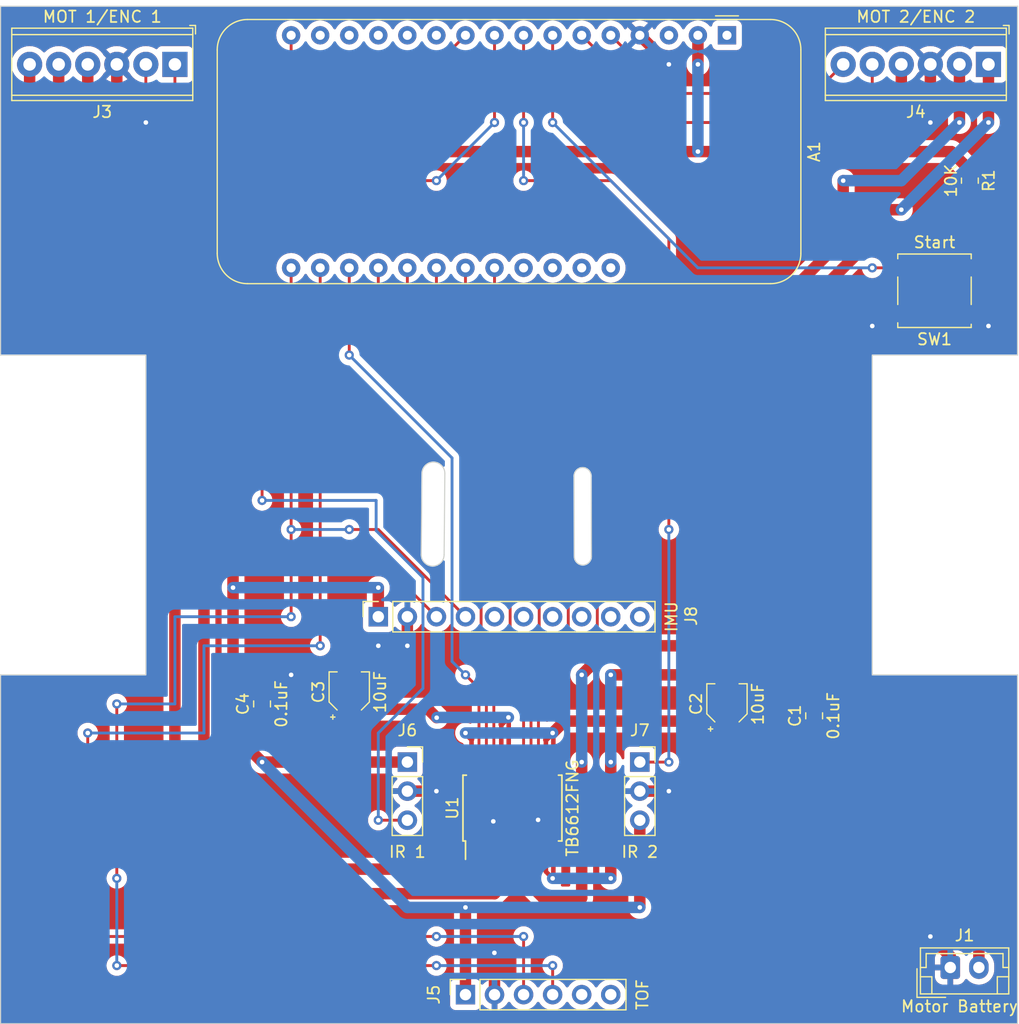
<source format=kicad_pcb>
(kicad_pcb (version 20221018) (generator pcbnew)
  (title_block (title "Micro Mouse: Santana, West") (date "2023-11-02"))
  (layers (0 "F.Cu" signal) (31 "B.Cu" signal) (34 "B.Paste" user) (35 "F.Paste" user) (36 "B.SilkS" user "B.Silkscreen") (37 "F.SilkS" user "F.Silkscreen") (38 "B.Mask" user) (39 "F.Mask" user) (44 "Edge.Cuts" user))
  (net 0 "")
  (net 2 "+3.3V")
  (net 4 "GND")
  (net 5 "E2_PHA")
  (net 6 "E2_PHB")
  (net 8 "E1_PHB")
  (net 9 "E1_PHA")
  (net 11 "PWMA")
  (net 12 "AIN2")
  (net 13 "AIN1")
  (net 14 "BIN1")
  (net 15 "BIN2")
  (net 16 "PWMB")
  (net 19 "AO1")
  (net 20 "AO2")
  (net 21 "BO1")
  (net 22 "BO2")
  (net 29 "Net-(J1-Pin_2)")
  (net 31 "BTN")
  (net 32 "I2C SCL")
  (net 33 "I2C SDA")
  (net 36 "IR_1")
  (net 37 "IR_2")
  (footprint "Module:Adafruit_Feather" (layer "F.Cu") (at 172.72 53.34 -90)
    (fp_text reference "A1" (at 10.16 -7.62 90) (layer "F.SilkS"))
    (fp_text value "Adafruit_Feather_HUZZAH32_ESP32")
    (pad "1" thru_hole rect (at 0 0 90) (size 1.6 1.6) (drill 0.8) (layers "*.Cu" "*.Mask"))
    (pad "2" thru_hole circle (at 0 2.54 90) (size 1.6 1.6) (drill 0.8) (layers "*.Cu" "*.Mask") (net 2 "+3.3V"))
    (pad "3" thru_hole circle (at 0 5.08 90) (size 1.6 1.6) (drill 0.8) (layers "*.Cu" "*.Mask"))
    (pad "4" thru_hole circle (at 0 7.62 90) (size 1.6 1.6) (drill 0.8) (layers "*.Cu" "*.Mask") (net 4 "GND"))
    (pad "5" thru_hole circle (at 0 10.16 90) (size 1.6 1.6) (drill 0.8) (layers "*.Cu" "*.Mask") (net 6 "E2_PHB"))
    (pad "6" thru_hole circle (at 0 12.7 90) (size 1.6 1.6) (drill 0.8) (layers "*.Cu" "*.Mask") (net 5 "E2_PHA"))
    (pad "7" thru_hole circle (at 0 15.24 90) (size 1.6 1.6) (drill 0.8) (layers "*.Cu" "*.Mask") (net 31 "BTN"))
    (pad "8" thru_hole circle (at 0 17.78 90) (size 1.6 1.6) (drill 0.8) (layers "*.Cu" "*.Mask") (net 37 "IR_2"))
    (pad "9" thru_hole circle (at 0 20.32 90) (size 1.6 1.6) (drill 0.8) (layers "*.Cu" "*.Mask") (net 36 "IR_1"))
    (pad "10" thru_hole circle (at 0 22.86 90) (size 1.6 1.6) (drill 0.8) (layers "*.Cu" "*.Mask") (net 9 "E1_PHA"))
    (pad "11" thru_hole circle (at 0 25.4 90) (size 1.6 1.6) (drill 0.8) (layers "*.Cu" "*.Mask"))
    (pad "12" thru_hole circle (at 0 27.94 90) (size 1.6 1.6) (drill 0.8) (layers "*.Cu" "*.Mask"))
    (pad "13" thru_hole circle (at 0 30.48 90) (size 1.6 1.6) (drill 0.8) (layers "*.Cu" "*.Mask"))
    (pad "14" thru_hole circle (at 0 33.02 90) (size 1.6 1.6) (drill 0.8) (layers "*.Cu" "*.Mask"))
    (pad "15" thru_hole circle (at 0 35.56 90) (size 1.6 1.6) (drill 0.8) (layers "*.Cu" "*.Mask"))
    (pad "16" thru_hole circle (at 0 38.1 90) (size 1.6 1.6) (drill 0.8) (layers "*.Cu" "*.Mask") (net 8 "E1_PHB"))
    (pad "17" thru_hole circle (at 20.32 38.1 90) (size 1.6 1.6) (drill 0.8) (layers "*.Cu" "*.Mask") (net 33 "I2C SDA"))
    (pad "18" thru_hole circle (at 20.32 35.56 90) (size 1.6 1.6) (drill 0.8) (layers "*.Cu" "*.Mask") (net 32 "I2C SCL"))
    (pad "19" thru_hole circle (at 20.32 33.02 90) (size 1.6 1.6) (drill 0.8) (layers "*.Cu" "*.Mask") (net 11 "PWMA"))
    (pad "20" thru_hole circle (at 20.32 30.48 90) (size 1.6 1.6) (drill 0.8) (layers "*.Cu" "*.Mask") (net 12 "AIN2"))
    (pad "21" thru_hole circle (at 20.32 27.94 90) (size 1.6 1.6) (drill 0.8) (layers "*.Cu" "*.Mask") (net 13 "AIN1"))
    (pad "22" thru_hole circle (at 20.32 25.4 90) (size 1.6 1.6) (drill 0.8) (layers "*.Cu" "*.Mask") (net 14 "BIN1"))
    (pad "23" thru_hole circle (at 20.32 22.86 90) (size 1.6 1.6) (drill 0.8) (layers "*.Cu" "*.Mask") (net 15 "BIN2"))
    (pad "24" thru_hole circle (at 20.32 20.32 90) (size 1.6 1.6) (drill 0.8) (layers "*.Cu" "*.Mask") (net 16 "PWMB"))
    (pad "25" thru_hole circle (at 20.32 17.78 90) (size 1.6 1.6) (drill 0.8) (layers "*.Cu" "*.Mask"))
    (pad "26" thru_hole circle (at 20.32 15.24 90) (size 1.6 1.6) (drill 0.8) (layers "*.Cu" "*.Mask"))
    (pad "27" thru_hole circle (at 20.32 12.7 90) (size 1.6 1.6) (drill 0.8) (layers "*.Cu" "*.Mask"))
    (pad "28" thru_hole circle (at 20.32 10.16 90) (size 1.6 1.6) (drill 0.8) (layers "*.Cu" "*.Mask"))
  )
  (footprint "Connector_PinSocket_2.54mm:PinSocket_1x03_P2.54mm_Vertical" (layer "F.Cu") (at 144.78 116.84)
    (fp_text reference "J6" (at 0 -2.77) (layer "F.SilkS"))
    (fp_text value "IR 1" (at 0 7.85) (layer "F.SilkS"))
    (pad "1" thru_hole rect (at 0 0) (size 1.7 1.7) (drill 1) (layers "*.Cu" "*.Mask") (net 2 "+3.3V"))
    (pad "2" thru_hole oval (at 0 2.54) (size 1.7 1.7) (drill 1) (layers "*.Cu" "*.Mask") (net 4 "GND"))
    (pad "3" thru_hole oval (at 0 5.08) (size 1.7 1.7) (drill 1) (layers "*.Cu" "*.Mask") (net 36 "IR_1"))
  )
  (footprint "Capacitor_SMD:C_0805_2012Metric_Pad1.18x1.45mm_HandSolder" (layer "F.Cu") (at 132.08 111.76 90)
    (fp_text reference "C4" (at 0 -1.68 90) (layer "F.SilkS"))
    (fp_text value "0.1uF" (at 0 1.68 90) (layer "F.SilkS"))
    (pad "1" smd roundrect (at -1.0375 0 90) (size 1.175 1.45) (layers "F.Cu" "F.Paste" "F.Mask") (roundrect_rratio 0.2127659574) (net 2 "+3.3V"))
    (pad "2" smd roundrect (at 1.0375 0 90) (size 1.175 1.45) (layers "F.Cu" "F.Paste" "F.Mask") (roundrect_rratio 0.2127659574) (net 4 "GND"))
  )
  (footprint "TerminalBlock_Phoenix:TerminalBlock_Phoenix_MPT-0,5-6-2.54_1x06_P2.54mm_Horizontal" (layer "F.Cu") (at 124.46 55.88 180)
    (fp_text reference "J3" (at 6.35 -4.16) (layer "F.SilkS"))
    (fp_text value "MOT 1/ENC 1" (at 6.35 4.16) (layer "F.SilkS"))
    (pad "1" thru_hole rect (at 0 0 180) (size 2.2 2.2) (drill 1.1) (layers "*.Cu" "*.Mask") (net 8 "E1_PHB"))
    (pad "2" thru_hole circle (at 2.54 0 180) (size 2.2 2.2) (drill 1.1) (layers "*.Cu" "*.Mask") (net 9 "E1_PHA"))
    (pad "3" thru_hole circle (at 5.08 0 180) (size 2.2 2.2) (drill 1.1) (layers "*.Cu" "*.Mask") (net 4 "GND"))
    (pad "4" thru_hole circle (at 7.62 0 180) (size 2.2 2.2) (drill 1.1) (layers "*.Cu" "*.Mask") (net 2 "+3.3V"))
    (pad "5" thru_hole circle (at 10.16 0 180) (size 2.2 2.2) (drill 1.1) (layers "*.Cu" "*.Mask") (net 19 "AO1"))
    (pad "6" thru_hole circle (at 12.7 0 180) (size 2.2 2.2) (drill 1.1) (layers "*.Cu" "*.Mask") (net 20 "AO2"))
  )
  (footprint "Capacitor_SMD:CP_Elec_3x5.3" (layer "F.Cu") (at 172.72 111.76 90)
    (fp_text reference "C2" (at 0 -2.7 90) (layer "F.SilkS"))
    (fp_text value "10uF" (at 0 2.7 90) (layer "F.SilkS"))
    (pad "1" smd rect (at -1.5 0 90) (size 2.2 1.6) (layers "F.Cu" "F.Paste" "F.Mask") (net 29 "Net-(J1-Pin_2)"))
    (pad "2" smd rect (at 1.5 0 90) (size 2.2 1.6) (layers "F.Cu" "F.Paste" "F.Mask") (net 4 "GND"))
  )
  (footprint "Button_Switch_SMD:SW_Push_1P1T_NO_CK_KSC6xxJ" (layer "F.Cu") (at 190.86 75.66)
    (fp_text reference "SW1" (at 0 4.24) (layer "F.SilkS"))
    (fp_text value "Start" (at 0 -4.23) (layer "F.SilkS"))
    (pad "1" smd rect (at -2.9 -2) (size 2.8 1) (layers "F.Cu" "F.Paste" "F.Mask") (net 31 "BTN"))
    (pad "1" smd rect (at 2.9 -2) (size 2.8 1) (layers "F.Cu" "F.Paste" "F.Mask") (net 31 "BTN"))
    (pad "2" smd rect (at -2.9 2) (size 2.8 1) (layers "F.Cu" "F.Paste" "F.Mask") (net 4 "GND"))
    (pad "2" smd rect (at 2.9 2) (size 2.8 1) (layers "F.Cu" "F.Paste" "F.Mask") (net 4 "GND"))
  )
  (footprint "Connector_PinSocket_2.54mm:PinSocket_1x03_P2.54mm_Vertical" (layer "F.Cu") (at 165.1 116.84)
    (fp_text reference "J7" (at 0 -2.77) (layer "F.SilkS"))
    (fp_text value "IR 2" (at 0 7.85) (layer "F.SilkS"))
    (pad "1" thru_hole rect (at 0 0) (size 1.7 1.7) (drill 1) (layers "*.Cu" "*.Mask") (net 37 "IR_2"))
    (pad "2" thru_hole oval (at 0 2.54) (size 1.7 1.7) (drill 1) (layers "*.Cu" "*.Mask") (net 4 "GND"))
    (pad "3" thru_hole oval (at 0 5.08) (size 1.7 1.7) (drill 1) (layers "*.Cu" "*.Mask") (net 2 "+3.3V"))
  )
  (footprint "Connector_PinSocket_2.54mm:PinSocket_1x06_P2.54mm_Vertical" (layer "F.Cu") (at 149.86 137.16 90)
    (fp_text reference "J5" (at 0 -2.77 90) (layer "F.SilkS"))
    (fp_text value "TOF" (at 0 15.47 90) (layer "F.SilkS"))
    (pad "1" thru_hole rect (at 0 0 90) (size 1.7 1.7) (drill 1) (layers "*.Cu" "*.Mask") (net 2 "+3.3V"))
    (pad "2" thru_hole oval (at 0 2.54 90) (size 1.7 1.7) (drill 1) (layers "*.Cu" "*.Mask") (net 4 "GND"))
    (pad "3" thru_hole oval (at 0 5.08 90) (size 1.7 1.7) (drill 1) (layers "*.Cu" "*.Mask") (net 32 "I2C SCL"))
    (pad "4" thru_hole oval (at 0 7.62 90) (size 1.7 1.7) (drill 1) (layers "*.Cu" "*.Mask") (net 33 "I2C SDA"))
    (pad "5" thru_hole oval (at 0 10.16 90) (size 1.7 1.7) (drill 1) (layers "*.Cu" "*.Mask"))
    (pad "6" thru_hole oval (at 0 12.7 90) (size 1.7 1.7) (drill 1) (layers "*.Cu" "*.Mask"))
  )
  (footprint "Connector_JST:JST_EH_B2B-EH-A_1x02_P2.50mm_Vertical" (layer "F.Cu") (at 192.240322 134.787338)
    (fp_text reference "J1" (at 1.25 -2.8) (layer "F.SilkS"))
    (fp_text value "Motor Battery" (at 0.799678 3.4) (layer "F.SilkS"))
    (pad "1" thru_hole roundrect (at 0 0) (size 1.7 2) (drill 1) (layers "*.Cu" "*.Mask") (roundrect_rratio 0.1470588235) (net 4 "GND"))
    (pad "2" thru_hole oval (at 2.5 0) (size 1.7 2) (drill 1) (layers "*.Cu" "*.Mask") (net 29 "Net-(J1-Pin_2)"))
  )
  (footprint "TerminalBlock_Phoenix:TerminalBlock_Phoenix_MPT-0,5-6-2.54_1x06_P2.54mm_Horizontal" (layer "F.Cu") (at 195.58 55.88 180)
    (fp_text reference "J4" (at 6.35 -4.16) (layer "F.SilkS"))
    (fp_text value "MOT 2/ENC 2" (at 6.35 4.16) (layer "F.SilkS"))
    (pad "1" thru_hole rect (at 0 0 180) (size 2.2 2.2) (drill 1.1) (layers "*.Cu" "*.Mask") (net 21 "BO1"))
    (pad "2" thru_hole circle (at 2.54 0 180) (size 2.2 2.2) (drill 1.1) (layers "*.Cu" "*.Mask") (net 22 "BO2"))
    (pad "3" thru_hole circle (at 5.08 0 180) (size 2.2 2.2) (drill 1.1) (layers "*.Cu" "*.Mask") (net 4 "GND"))
    (pad "4" thru_hole circle (at 7.62 0 180) (size 2.2 2.2) (drill 1.1) (layers "*.Cu" "*.Mask") (net 2 "+3.3V"))
    (pad "5" thru_hole circle (at 10.16 0 180) (size 2.2 2.2) (drill 1.1) (layers "*.Cu" "*.Mask") (net 5 "E2_PHA"))
    (pad "6" thru_hole circle (at 12.7 0 180) (size 2.2 2.2) (drill 1.1) (layers "*.Cu" "*.Mask") (net 6 "E2_PHB"))
  )
  (footprint "Package_SO:SSOP-24_5.3x8.2mm_P0.65mm" (layer "F.Cu") (at 153.965 120.86 90)
    (fp_text reference "U1" (at 0 -5.25 90) (layer "F.SilkS"))
    (fp_text value "TB6612FNG" (at 0 5.25 90) (layer "F.SilkS"))
    (pad "1" smd rect (at -3.6 -3.575 90) (size 1.75 0.45) (layers "F.Cu" "F.Paste" "F.Mask") (net 19 "AO1"))
    (pad "2" smd rect (at -3.6 -2.925 90) (size 1.75 0.45) (layers "F.Cu" "F.Paste" "F.Mask") (net 19 "AO1"))
    (pad "3" smd rect (at -3.6 -2.275 90) (size 1.75 0.45) (layers "F.Cu" "F.Paste" "F.Mask") (net 4 "GND"))
    (pad "4" smd rect (at -3.6 -1.625 90) (size 1.75 0.45) (layers "F.Cu" "F.Paste" "F.Mask") (net 4 "GND"))
    (pad "5" smd rect (at -3.6 -0.975 90) (size 1.75 0.45) (layers "F.Cu" "F.Paste" "F.Mask") (net 20 "AO2"))
    (pad "6" smd rect (at -3.6 -0.325 90) (size 1.75 0.45) (layers "F.Cu" "F.Paste" "F.Mask") (net 20 "AO2"))
    (pad "7" smd rect (at -3.6 0.325 90) (size 1.75 0.45) (layers "F.Cu" "F.Paste" "F.Mask") (net 22 "BO2"))
    (pad "8" smd rect (at -3.6 0.975 90) (size 1.75 0.45) (layers "F.Cu" "F.Paste" "F.Mask") (net 22 "BO2"))
    (pad "9" smd rect (at -3.6 1.625 90) (size 1.75 0.45) (layers "F.Cu" "F.Paste" "F.Mask") (net 4 "GND"))
    (pad "10" smd rect (at -3.6 2.275 90) (size 1.75 0.45) (layers "F.Cu" "F.Paste" "F.Mask") (net 4 "GND"))
    (pad "11" smd rect (at -3.6 2.925 90) (size 1.75 0.45) (layers "F.Cu" "F.Paste" "F.Mask") (net 21 "BO1"))
    (pad "12" smd rect (at -3.6 3.575 90) (size 1.75 0.45) (layers "F.Cu" "F.Paste" "F.Mask") (net 21 "BO1"))
    (pad "13" smd rect (at 3.6 3.575 90) (size 1.75 0.45) (layers "F.Cu" "F.Paste" "F.Mask") (net 29 "Net-(J1-Pin_2)"))
    (pad "14" smd rect (at 3.6 2.925 90) (size 1.75 0.45) (layers "F.Cu" "F.Paste" "F.Mask") (net 29 "Net-(J1-Pin_2)"))
    (pad "15" smd rect (at 3.6 2.275 90) (size 1.75 0.45) (layers "F.Cu" "F.Paste" "F.Mask") (net 16 "PWMB"))
    (pad "16" smd rect (at 3.6 1.625 90) (size 1.75 0.45) (layers "F.Cu" "F.Paste" "F.Mask") (net 15 "BIN2"))
    (pad "17" smd rect (at 3.6 0.975 90) (size 1.75 0.45) (layers "F.Cu" "F.Paste" "F.Mask") (net 14 "BIN1"))
    (pad "18" smd rect (at 3.6 0.325 90) (size 1.75 0.45) (layers "F.Cu" "F.Paste" "F.Mask") (net 4 "GND"))
    (pad "19" smd rect (at 3.6 -0.325 90) (size 1.75 0.45) (layers "F.Cu" "F.Paste" "F.Mask") (net 2 "+3.3V"))
    (pad "20" smd rect (at 3.6 -0.975 90) (size 1.75 0.45) (layers "F.Cu" "F.Paste" "F.Mask") (net 2 "+3.3V"))
    (pad "21" smd rect (at 3.6 -1.625 90) (size 1.75 0.45) (layers "F.Cu" "F.Paste" "F.Mask") (net 13 "AIN1"))
    (pad "22" smd rect (at 3.6 -2.275 90) (size 1.75 0.45) (layers "F.Cu" "F.Paste" "F.Mask") (net 12 "AIN2"))
    (pad "23" smd rect (at 3.6 -2.925 90) (size 1.75 0.45) (layers "F.Cu" "F.Paste" "F.Mask") (net 11 "PWMA"))
    (pad "24" smd rect (at 3.6 -3.575 90) (size 1.75 0.45) (layers "F.Cu" "F.Paste" "F.Mask") (net 29 "Net-(J1-Pin_2)"))
  )
  (footprint "Capacitor_SMD:CP_Elec_3x5.3" (layer "F.Cu") (at 139.7 110.72 90)
    (fp_text reference "C3" (at 0 -2.7 90) (layer "F.SilkS"))
    (fp_text value "10uF" (at 0 2.7 90) (layer "F.SilkS"))
    (pad "1" smd rect (at -1.5 0 90) (size 2.2 1.6) (layers "F.Cu" "F.Paste" "F.Mask") (net 2 "+3.3V"))
    (pad "2" smd rect (at 1.5 0 90) (size 2.2 1.6) (layers "F.Cu" "F.Paste" "F.Mask") (net 4 "GND"))
  )
  (footprint "Resistor_SMD:R_0805_2012Metric" (layer "F.Cu") (at 193.9525 66.04 -90)
    (fp_text reference "R1" (at 0 -1.65 90) (layer "F.SilkS"))
    (fp_text value "10K" (at 0 1.65 90) (layer "F.SilkS"))
    (pad "1" smd roundrect (at -0.9125 0 270) (size 1.025 1.4) (layers "F.Cu" "F.Paste" "F.Mask") (roundrect_rratio 0.243902439) (net 2 "+3.3V"))
    (pad "2" smd roundrect (at 0.9125 0 270) (size 1.025 1.4) (layers "F.Cu" "F.Paste" "F.Mask") (roundrect_rratio 0.243902439) (net 31 "BTN"))
  )
  (footprint "Connector_PinSocket_2.54mm:PinSocket_1x10_P2.54mm_Vertical" (layer "F.Cu") (at 142.24 104.14 90)
    (fp_text reference "J8" (at 0.066936 27.344678 90) (layer "F.SilkS"))
    (fp_text value "IMU" (at 0 25.63 90) (layer "F.SilkS"))
    (pad "1" thru_hole rect (at 0 0 90) (size 1.7 1.7) (drill 1) (layers "*.Cu" "*.Mask") (net 2 "+3.3V"))
    (pad "2" thru_hole oval (at 0 2.54 90) (size 1.7 1.7) (drill 1) (layers "*.Cu" "*.Mask") (net 4 "GND"))
    (pad "3" thru_hole oval (at 0 5.08 90) (size 1.7 1.7) (drill 1) (layers "*.Cu" "*.Mask") (net 32 "I2C SCL"))
    (pad "4" thru_hole oval (at 0 7.62 90) (size 1.7 1.7) (drill 1) (layers "*.Cu" "*.Mask") (net 33 "I2C SDA"))
    (pad "5" thru_hole oval (at 0 10.16 90) (size 1.7 1.7) (drill 1) (layers "*.Cu" "*.Mask"))
    (pad "6" thru_hole oval (at 0 12.7 90) (size 1.7 1.7) (drill 1) (layers "*.Cu" "*.Mask"))
    (pad "7" thru_hole oval (at 0 15.24 90) (size 1.7 1.7) (drill 1) (layers "*.Cu" "*.Mask"))
    (pad "8" thru_hole oval (at 0 17.78 90) (size 1.7 1.7) (drill 1) (layers "*.Cu" "*.Mask"))
    (pad "9" thru_hole oval (at 0 20.32 90) (size 1.7 1.7) (drill 1) (layers "*.Cu" "*.Mask"))
    (pad "10" thru_hole oval (at 0 22.86 90) (size 1.7 1.7) (drill 1) (layers "*.Cu" "*.Mask"))
  )
  (footprint "Capacitor_SMD:C_0805_2012Metric_Pad1.18x1.45mm_HandSolder" (layer "F.Cu") (at 180.34 112.7975 90)
    (fp_text reference "C1" (at 0 -1.68 90) (layer "F.SilkS"))
    (fp_text value "0.1uF" (at 0 1.68 90) (layer "F.SilkS"))
    (pad "1" smd roundrect (at -1.0375 0 90) (size 1.175 1.45) (layers "F.Cu" "F.Paste" "F.Mask") (roundrect_rratio 0.2127659574) (net 29 "Net-(J1-Pin_2)"))
    (pad "2" smd roundrect (at 1.0375 0 90) (size 1.175 1.45) (layers "F.Cu" "F.Paste" "F.Mask") (roundrect_rratio 0.2127659574) (net 4 "GND"))
  )
  (gr_arc (start 160.871116 98.877071) (mid 160.121116 99.627071) (end 159.371116 98.877071) (stroke (width 0.1)) (layer "Edge.Cuts"))
  (gr_line (start 121.92 109.22) (end 109.22 109.22) (stroke (width 0.1)) (layer "Edge.Cuts"))
  (gr_line (start 198.12 139.7) (end 109.22 139.7) (stroke (width 0.1)) (layer "Edge.Cuts"))
  (gr_arc (start 147.058157 90.628116) (mid 147.765264 90.921009) (end 148.058157 91.628116) (stroke (width 0.1)) (layer "Edge.Cuts"))
  (gr_arc (start 147.993722 98.715983) (mid 147.700829 99.42309) (end 146.993722 99.715983) (stroke (width 0.1)) (layer "Edge.Cuts"))
  (gr_line (start 198.12 109.22) (end 198.12 139.7) (stroke (width 0.1)) (layer "Edge.Cuts"))
  (gr_line (start 145.993722 98.715983) (end 146.058157 91.628116) (stroke (width 0.1)) (layer "Edge.Cuts"))
  (gr_arc (start 146.993722 99.715983) (mid 146.286615 99.42309) (end 145.993722 98.715983) (stroke (width 0.1)) (layer "Edge.Cuts"))
  (gr_line (start 198.12 81.28) (end 185.42 81.28) (stroke (width 0.1)) (layer "Edge.Cuts"))
  (gr_line (start 109.22 109.22) (end 109.22 139.7) (stroke (width 0.1)) (layer "Edge.Cuts"))
  (gr_line (start 159.349638 91.85364) (end 159.371116 98.877071) (stroke (width 0.1)) (layer "Edge.Cuts"))
  (gr_line (start 148.058157 91.628116) (end 147.993722 98.715983) (stroke (width 0.1)) (layer "Edge.Cuts"))
  (gr_line (start 185.42 109.22) (end 198.12 109.22) (stroke (width 0.1)) (layer "Edge.Cuts"))
  (gr_arc (start 159.349638 91.85364) (mid 160.099638 91.10364) (end 160.849638 91.85364) (stroke (width 0.1)) (layer "Edge.Cuts"))
  (gr_line (start 109.22 50.8) (end 109.22 81.28) (stroke (width 0.1)) (layer "Edge.Cuts"))
  (gr_line (start 185.42 81.28) (end 185.42 109.22) (stroke (width 0.1)) (layer "Edge.Cuts"))
  (gr_line (start 160.871116 98.877071) (end 160.849638 91.85364) (stroke (width 0.1)) (layer "Edge.Cuts"))
  (gr_line (start 198.12 81.28) (end 198.12 50.8) (stroke (width 0.1)) (layer "Edge.Cuts"))
  (gr_line (start 109.22 50.8) (end 198.12 50.8) (stroke (width 0.1)) (layer "Edge.Cuts"))
  (gr_line (start 121.92 81.28) (end 121.92 109.22) (stroke (width 0.1)) (layer "Edge.Cuts"))
  (gr_line (start 109.22 81.28) (end 121.92 81.28) (stroke (width 0.1)) (layer "Edge.Cuts"))
  (gr_arc (start 146.058157 91.628116) (mid 146.35105 90.921009) (end 147.058157 90.628116) (stroke (width 0.1)) (layer "Edge.Cuts"))
  (segment (start 187.96 58.42) (end 182.88 63.5) (width 1) (layer "F.Cu") (net 2))
  (segment (start 192.325 63.5) (end 193.9525 65.1275) (width 1) (layer "F.Cu") (net 2))
  (segment (start 170.18 55.88) (end 170.18 53.34) (width 1) (layer "F.Cu") (net 2))
  (segment (start 142.24 101.6) (end 142.24 104.14) (width 1) (layer "F.Cu") (net 2))
  (segment (start 182.88 63.5) (end 192.325 63.5) (width 1) (layer "F.Cu") (net 2))
  (segment (start 137.16 63.5) (end 134.62 66.04) (width 1) (layer "F.Cu") (net 2))
  (segment (start 124.46 66.04) (end 124.46 71.12) (width 1) (layer "F.Cu") (net 2))
  (segment (start 182.88 63.5) (end 170.18 63.5) (width 1) (layer "F.Cu") (net 2))
  (segment (start 187.96 55.88) (end 187.96 58.42) (width 1) (layer "F.Cu") (net 2))
  (segment (start 170.18 63.5) (end 137.16 63.5) (width 1) (layer "F.Cu") (net 2))
  (segment (start 129.54 114.3) (end 132.08 116.84) (width 1) (layer "F.Cu") (net 2))
  (segment (start 146.600049 112.22) (end 139.7 112.22) (width 1) (layer "F.Cu") (net 2))
  (segment (start 131.998997 112.7975) (end 132.08 112.7975) (width 1) (layer "F.Cu") (net 2))
  (segment (start 129.54 110.338503) (end 129.54 114.3) (width 1) (layer "F.Cu") (net 2))
  (segment (start 152.99 117.26) (end 152.99 113.545057) (width 0.4) (layer "F.Cu") (net 2))
  (segment (start 147.343149 112.9631) (end 146.600049 112.22) (width 1) (layer "F.Cu") (net 2))
  (segment (start 124.46 71.12) (end 129.54 76.2) (width 1) (layer "F.Cu") (net 2))
  (segment (start 132.6575 112.22) (end 132.08 112.7975) (width 1) (layer "F.Cu") (net 2))
  (segment (start 129.54 101.6) (end 129.54 110.338503) (width 1) (layer "F.Cu") (net 2))
  (segment (start 129.54 110.338503) (end 131.998997 112.7975) (width 1) (layer "F.Cu") (net 2))
  (segment (start 165.1 129.54) (end 165.1 121.92) (width 1) (layer "F.Cu") (net 2))
  (segment (start 153.615363 112.919694) (end 153.64 112.895057) (width 0.25) (layer "F.Cu") (net 2))
  (segment (start 144.78 116.84) (end 132.08 116.84) (width 1) (layer "F.Cu") (net 2))
  (segment (start 129.54 76.2) (end 129.54 101.6) (width 1) (layer "F.Cu") (net 2))
  (segment (start 124.46 66.04) (end 116.84 58.42) (width 1) (layer "F.Cu") (net 2))
  (segment (start 139.7 112.22) (end 132.6575 112.22) (width 1) (layer "F.Cu") (net 2))
  (segment (start 153.64 117.26) (end 153.64 112.895057) (width 0.4) (layer "F.Cu") (net 2))
  (segment (start 134.62 66.04) (end 124.46 66.04) (width 1) (layer "F.Cu") (net 2))
  (segment (start 149.86 129.54) (end 149.86 137.16) (width 1) (layer "F.Cu") (net 2))
  (segment (start 153.615363 112.937056) (end 153.615363 112.919694) (width 0.25) (layer "F.Cu") (net 2))
  (segment (start 116.84 58.42) (end 116.84 55.88) (width 1) (layer "F.Cu") (net 2))
  (segment (start 153.598001 112.937056) (end 153.615363 112.937056) (width 0.25) (layer "F.Cu") (net 2))
  (segment (start 152.99 113.545057) (end 153.598001 112.937056) (width 0.5) (layer "F.Cu") (net 2))
  (via (at 170.18 63.5) (size 0.8) (drill 0.4) (layers "F.Cu" "B.Cu") (net 2))
  (via (at 132.08 116.84) (size 0.8) (drill 0.4) (layers "F.Cu" "B.Cu") (net 2))
  (via (at 153.615363 112.937056) (size 0.8) (drill 0.4) (layers "F.Cu" "B.Cu") (net 2))
  (via (at 149.86 129.54) (size 0.8) (drill 0.4) (layers "F.Cu" "B.Cu") (net 2))
  (via (at 129.54 101.6) (size 0.8) (drill 0.4) (layers "F.Cu" "B.Cu") (net 2))
  (via (at 147.343149 112.9631) (size 0.8) (drill 0.4) (layers "F.Cu" "B.Cu") (net 2))
  (via (at 170.18 55.88) (size 0.8) (drill 0.4) (layers "F.Cu" "B.Cu") (net 2))
  (via (at 142.24 101.6) (size 0.8) (drill 0.4) (layers "F.Cu" "B.Cu") (net 2))
  (via (at 165.1 129.54) (size 0.8) (drill 0.4) (layers "F.Cu" "B.Cu") (net 2))
  (segment (start 144.78 129.54) (end 132.08 116.84) (width 1) (layer "B.Cu") (net 2))
  (segment (start 170.18 63.5) (end 170.18 55.88) (width 1) (layer "B.Cu") (net 2))
  (segment (start 147.317105 112.937056) (end 147.30817 112.937056) (width 0.25) (layer "B.Cu") (net 2))
  (segment (start 149.86 129.54) (end 165.1 129.54) (width 1) (layer "B.Cu") (net 2))
  (segment (start 147.369193 112.937056) (end 147.343149 112.9631) (width 0.25) (layer "B.Cu") (net 2))
  (segment (start 147.343149 112.9631) (end 147.317105 112.937056) (width 0.25) (layer "B.Cu") (net 2))
  (segment (start 153.615363 112.937056) (end 147.369193 112.937056) (width 1) (layer "B.Cu") (net 2))
  (segment (start 149.86 129.54) (end 144.78 129.54) (width 1) (layer "B.Cu") (net 2))
  (segment (start 129.54 101.6) (end 142.24 101.6) (width 1) (layer "B.Cu") (net 2))
  (segment (start 152.299408 122.020592) (end 152.292244 122.020592) (width 0.25) (layer "F.Cu") (net 4))
  (segment (start 156.172725 121.890374) (end 156.20745 121.890374) (width 0.25) (layer "F.Cu") (net 4))
  (segment (start 165.1 53.34) (end 167.64 55.88) (width 1) (layer "F.Cu") (net 4))
  (segment (start 144.78 104.14) (end 144.78 106.68) (width 1) (layer "F.Cu") (net 4))
  (segment (start 165.1 119.38) (end 167.64 119.38) (width 1) (layer "F.Cu") (net 4))
  (segment (start 155.59 122.473099) (end 156.172725 121.890374) (width 0.5) (layer "F.Cu") (net 4))
  (segment (start 133.5825 109.22) (end 134.62 109.22) (width 1) (layer "F.Cu") (net 4))
  (segment (start 155.59 124.46) (end 155.59 122.473099) (width 0.25) (layer "F.Cu") (net 4))
  (segment (start 156.20745 121.890374) (end 156.20745 121.855649) (width 0.25) (layer "F.Cu") (net 4))
  (segment (start 192.240322 133.820322) (end 190.5 132.08) (width 1) (layer "F.Cu") (net 4))
  (segment (start 144.78 119.38) (end 147.32 119.38) (width 1) (layer "F.Cu") (net 4))
  (segment (start 190.5 55.88) (end 190.5 60.96) (width 1) (layer "F.Cu") (net 4))
  (segment (start 154.29 119.972924) (end 156.20745 121.890374) (width 0.5) (layer "F.Cu") (net 4))
  (segment (start 152.38792 133.508679) (end 152.4 133.518008) (width 0.25) (layer "F.Cu") (net 4))
  (segment (start 187.96 77.66) (end 186.5 77.66) (width 1) (layer "F.Cu") (net 4))
  (segment (start 193.76 77.66) (end 194.5 77.66) (width 1) (layer "F.Cu") (net 4))
  (segment (start 194.5 77.66) (end 195.58 78.74) (width 1) (layer "F.Cu") (net 4))
  (segment (start 152.34 121.98) (end 152.299408 122.020592) (width 0.25) (layer "F.Cu") (net 4))
  (segment (start 152.4 137.16) (end 152.38792 133.508679) (width 1) (layer "F.Cu") (net 4))
  (segment (start 187.96 77.66) (end 193.04 77.66) (width 1) (layer "F.Cu") (net 4))
  (segment (start 152.292244 122.027756) (end 151.69 122.63) (width 0.5) (layer "F.Cu") (net 4))
  (segment (start 119.38 58.42) (end 121.92 60.96) (width 1) (layer "F.Cu") (net 4))
  (segment (start 192.240322 134.787338) (end 192.240322 133.820322) (width 1) (layer "F.Cu") (net 4))
  (segment (start 152.292244 122.020592) (end 152.292244 122.027756) (width 0.25) (layer "F.Cu") (net 4))
  (segment (start 154.29 117.26) (end 154.29 119.972924) (width 0.25) (layer "F.Cu") (net 4))
  (segment (start 156.233493 121.829606) (end 156.24 121.836113) (width 0.25) (layer "F.Cu") (net 4))
  (segment (start 151.69 122.63) (end 151.69 124.46) (width 0.25) (layer "F.Cu") (net 4))
  (segment (start 152.34 124.46) (end 152.34 121.98) (width 0.25) (layer "F.Cu") (net 4))
  (segment (start 132.08 110.7225) (end 133.5825 109.22) (width 1) (layer "F.Cu") (net 4))
  (segment (start 156.20745 121.855649) (end 156.233493 121.829606) (width 0.25) (layer "F.Cu") (net 4))
  (segment (start 139.7 109.22) (end 142.24 106.68) (width 1) (layer "F.Cu") (net 4))
  (segment (start 193.04 77.66) (end 193.76 77.66) (width 1) (layer "F.Cu") (net 4))
  (segment (start 119.38 55.88) (end 119.38 58.42) (width 1) (layer "F.Cu") (net 4))
  (segment (start 186.5 77.66) (end 185.42 78.74) (width 1) (layer "F.Cu") (net 4))
  (segment (start 156.24 121.836113) (end 156.24 124.46) (width 0.25) (layer "F.Cu") (net 4))
  (via (at 142.24 106.68) (size 0.8) (drill 0.4) (layers "F.Cu" "B.Cu") (net 4))
  (via (at 195.58 78.74) (size 0.8) (drill 0.4) (layers "F.Cu" "B.Cu") (net 4))
  (via (at 147.32 119.38) (size 0.8) (drill 0.4) (layers "F.Cu" "B.Cu") (net 4))
  (via (at 152.292244 122.020592) (size 0.8) (drill 0.4) (layers "F.Cu" "B.Cu") (net 4))
  (via (at 121.92 60.96) (size 0.8) (drill 0.4) (layers "F.Cu" "B.Cu") (net 4))
  (via (at 144.78 106.68) (size 0.8) (drill 0.4) (layers "F.Cu" "B.Cu") (net 4))
  (via (at 167.64 55.88) (size 0.8) (drill 0.4) (layers "F.Cu" "B.Cu") (net 4))
  (via (at 152.38792 133.508679) (size 0.8) (drill 0.4) (layers "F.Cu" "B.Cu") (net 4))
  (via (at 167.64 119.38) (size 0.8) (drill 0.4) (layers "F.Cu" "B.Cu") (net 4))
  (via (at 190.5 132.08) (size 0.8) (drill 0.4) (layers "F.Cu" "B.Cu") (net 4))
  (via (at 185.42 78.74) (size 0.8) (drill 0.4) (layers "F.Cu" "B.Cu") (net 4))
  (via (at 190.5 60.96) (size 0.8) (drill 0.4) (layers "F.Cu" "B.Cu") (net 4))
  (via (at 156.20745 121.890374) (size 0.8) (drill 0.4) (layers "F.Cu" "B.Cu") (net 4))
  (via (at 134.62 109.22) (size 0.8) (drill 0.4) (layers "F.Cu" "B.Cu") (net 4))
  (segment (start 185.42 55.88) (end 185.42 58.42) (width 0.25) (layer "F.Cu") (net 5))
  (segment (start 185.42 58.42) (end 182.88 58.42) (width 0.25) (layer "F.Cu") (net 5))
  (segment (start 180.34 60.96) (end 167.64 60.96) (width 0.25) (layer "F.Cu") (net 5))
  (segment (start 182.88 58.42) (end 180.34 60.96) (width 0.25) (layer "F.Cu") (net 5))
  (segment (start 167.64 60.96) (end 160.02 53.34) (width 0.25) (layer "F.Cu") (net 5))
  (segment (start 167.64 58.42) (end 162.56 53.34) (width 0.25) (layer "F.Cu") (net 6))
  (segment (start 182.88 55.88) (end 180.34 58.42) (width 0.25) (layer "F.Cu") (net 6))
  (segment (start 180.34 58.42) (end 167.64 58.42) (width 0.25) (layer "F.Cu") (net 6))
  (segment (start 127 60.96) (end 132.08 60.96) (width 0.25) (layer "F.Cu") (net 8))
  (segment (start 124.46 55.88) (end 124.46 58.42) (width 0.25) (layer "F.Cu") (net 8))
  (segment (start 132.08 60.96) (end 134.62 58.42) (width 0.25) (layer "F.Cu") (net 8))
  (segment (start 134.62 58.42) (end 134.62 53.34) (width 0.25) (layer "F.Cu") (net 8))
  (segment (start 124.46 58.42) (end 127 60.96) (width 0.25) (layer "F.Cu") (net 8))
  (segment (start 144.78 58.42) (end 149.86 53.34) (width 0.25) (layer "F.Cu") (net 9))
  (segment (start 121.92 55.88) (end 121.92 58.42) (width 0.25) (layer "F.Cu") (net 9))
  (segment (start 134.62 63.5) (end 139.7 58.42) (width 0.25) (layer "F.Cu") (net 9))
  (segment (start 121.92 58.42) (end 127 63.5) (width 0.25) (layer "F.Cu") (net 9))
  (segment (start 127 63.5) (end 134.62 63.5) (width 0.25) (layer "F.Cu") (net 9))
  (segment (start 139.7 58.42) (end 144.78 58.42) (width 0.25) (layer "F.Cu") (net 9))
  (segment (start 139.7 81.28) (end 139.7 73.66) (width 0.25) (layer "F.Cu") (net 11))
  (segment (start 151.04 117.26) (end 151.04 110.4) (width 0.25) (layer "F.Cu") (net 11))
  (segment (start 151.04 110.4) (end 149.86 109.22) (width 0.25) (layer "F.Cu") (net 11))
  (via (at 139.7 81.28) (size 0.8) (drill 0.4) (layers "F.Cu" "B.Cu") (net 11))
  (via (at 149.86 109.22) (size 0.8) (drill 0.4) (layers "F.Cu" "B.Cu") (net 11))
  (segment (start 149.86 109.22) (end 148.685 108.045) (width 0.25) (layer "B.Cu") (net 11))
  (segment (start 148.685 90.265) (end 139.7 81.28) (width 0.25) (layer "B.Cu") (net 11))
  (segment (start 148.685 108.045) (end 148.685 90.265) (width 0.25) (layer "B.Cu") (net 11))
  (segment (start 151.225 90.265) (end 142.24 81.28) (width 0.25) (layer "F.Cu") (net 12))
  (segment (start 151.69 108.51) (end 151.225 108.045) (width 0.25) (layer "F.Cu") (net 12))
  (segment (start 151.69 117.26) (end 151.69 108.51) (width 0.25) (layer "F.Cu") (net 12))
  (segment (start 142.24 81.28) (end 142.24 73.66) (width 0.25) (layer "F.Cu") (net 12))
  (segment (start 151.225 108.045) (end 151.225 90.265) (width 0.25) (layer "F.Cu") (net 12))
  (segment (start 144.78 81.28) (end 144.78 73.66) (width 0.25) (layer "F.Cu") (net 13))
  (segment (start 152.34 117.26) (end 152.34 106.74) (width 0.25) (layer "F.Cu") (net 13))
  (segment (start 153.765 105.315) (end 153.765 90.265) (width 0.25) (layer "F.Cu") (net 13))
  (segment (start 153.765 90.265) (end 144.78 81.28) (width 0.25) (layer "F.Cu") (net 13))
  (segment (start 153.765 105.315) (end 152.34 106.74) (width 0.25) (layer "F.Cu") (net 13))
  (segment (start 154.94 117.26) (end 154.94 106.68) (width 0.25) (layer "F.Cu") (net 14))
  (segment (start 154.94 106.68) (end 156.305 105.315) (width 0.25) (layer "F.Cu") (net 14))
  (segment (start 156.305 90.265) (end 147.32 81.28) (width 0.25) (layer "F.Cu") (net 14))
  (segment (start 147.32 81.28) (end 147.32 73.66) (width 0.25) (layer "F.Cu") (net 14))
  (segment (start 156.305 105.315) (end 156.305 90.265) (width 0.25) (layer "F.Cu") (net 14))
  (segment (start 155.59 117.26) (end 155.59 108.57) (width 0.25) (layer "F.Cu") (net 15))
  (segment (start 155.59 108.57) (end 157.48 106.68) (width 0.25) (layer "F.Cu") (net 15))
  (segment (start 158.845 105.315) (end 158.845 90.265) (width 0.25) (layer "F.Cu") (net 15))
  (segment (start 157.48 106.68) (end 158.845 105.315) (width 0.25) (layer "F.Cu") (net 15))
  (segment (start 149.86 81.28) (end 149.86 73.66) (width 0.25) (layer "F.Cu") (net 15))
  (segment (start 158.845 90.265) (end 149.86 81.28) (width 0.25) (layer "F.Cu") (net 15))
  (segment (start 161.385 105.315) (end 161.385 90.265) (width 0.25) (layer "F.Cu") (net 16))
  (segment (start 156.24 117.26) (end 156.24 110.46) (width 0.25) (layer "F.Cu") (net 16))
  (segment (start 160.02 106.68) (end 161.385 105.315) (width 0.25) (layer "F.Cu") (net 16))
  (segment (start 161.385 90.265) (end 152.4 81.28) (width 0.25) (layer "F.Cu") (net 16))
  (segment (start 156.24 110.46) (end 160.02 106.68) (width 0.25) (layer "F.Cu") (net 16))
  (segment (start 152.4 81.28) (end 152.4 73.66) (width 0.25) (layer "F.Cu") (net 16))
  (segment (start 127 76.2) (end 127 126.197653) (width 1) (layer "F.Cu") (net 19))
  (segment (start 151.04 125.82) (end 150.39 126.47) (width 0.4) (layer "F.Cu") (net 19))
  (segment (start 150.39 126.47) (end 149.86 127) (width 1) (layer "F.Cu") (net 19))
  (segment (start 149.057653 126.197653) (end 149.86 127) (width 1) (layer "F.Cu") (net 19))
  (segment (start 127 126.197653) (end 149.057653 126.197653) (width 1) (layer "F.Cu") (net 19))
  (segment (start 114.3 76.2) (end 127 76.2) (width 1) (layer "F.Cu") (net 19))
  (segment (start 150.39 124.46) (end 150.39 126.47) (width 0.4) (layer "F.Cu") (net 19))
  (segment (start 151.04 124.46) (end 151.04 125.82) (width 0.4) (layer "F.Cu") (net 19))
  (segment (start 114.3 55.88) (end 114.3 76.2) (width 1) (layer "F.Cu") (net 19))
  (segment (start 152.99 127) (end 152.99 127.75) (width 1) (layer "F.Cu") (net 20))
  (segment (start 124.46 127) (end 125.8 128.34) (width 1) (layer "F.Cu") (net 20))
  (segment (start 152.99 124.46) (end 152.99 127) (width 0.4) (layer "F.Cu") (net 20))
  (segment (start 111.76 78.74) (end 124.46 78.74) (width 1) (layer "F.Cu") (net 20))
  (segment (start 153.64 126.35) (end 152.99 127) (width 0.4) (layer "F.Cu") (net 20))
  (segment (start 153.64 124.46) (end 153.64 126.35) (width 0.4) (layer "F.Cu") (net 20))
  (segment (start 125.8 128.34) (end 152.4 128.34) (width 1) (layer "F.Cu") (net 20))
  (segment (start 124.46 78.74) (end 124.46 127) (width 1) (layer "F.Cu") (net 20))
  (segment (start 152.99 127.75) (end 152.4 128.34) (width 1) (layer "F.Cu") (net 20))
  (segment (start 111.76 55.88) (end 111.76 78.74) (width 1) (layer "F.Cu") (net 20))
  (segment (start 185.42 68.58) (end 185.42 71.12) (width 1) (layer "F.Cu") (net 21))
  (segment (start 157.54 126.94) (end 157.48 127) (width 0.25) (layer "F.Cu") (net 21))
  (segment (start 170.18 109.22) (end 177.8 101.6) (width 1) (layer "F.Cu") (net 21))
  (segment (start 156.89 126.41) (end 156.89 124.46) (width 0.4) (layer "F.Cu") (net 21))
  (segment (start 185.42 71.12) (end 177.8 78.74) (width 1) (layer "F.Cu") (net 21))
  (segment (start 177.8 101.6) (end 177.8 78.74) (width 1) (layer "F.Cu") (net 21))
  (segment (start 157.54 124.46) (end 157.54 126.94) (width 0.4) (layer "F.Cu") (net 21))
  (segment (start 187.96 68.58) (end 185.42 68.58) (width 1) (layer "F.Cu") (net 21))
  (segment (start 157.48 127) (end 156.89 126.41) (width 0.4) (layer "F.Cu") (net 21))
  (segment (start 162.56 116.84) (end 162.56 127) (width 1) (layer "F.Cu") (net 21))
  (segment (start 162.56 109.22) (end 170.18 109.22) (width 1) (layer "F.Cu") (net 21))
  (segment (start 195.58 55.88) (end 195.58 60.96) (width 1) (layer "F.Cu") (net 21))
  (via (at 187.96 68.58) (size 0.8) (drill 0.4) (layers "F.Cu" "B.Cu") (net 21))
  (via (at 195.58 60.96) (size 0.8) (drill 0.4) (layers "F.Cu" "B.Cu") (net 21))
  (via (at 162.56 127) (size 0.8) (drill 0.4) (layers "F.Cu" "B.Cu") (net 21))
  (via (at 162.56 109.22) (size 0.8) (drill 0.4) (layers "F.Cu" "B.Cu") (net 21))
  (via (at 157.48 127) (size 0.8) (drill 0.4) (layers "F.Cu" "B.Cu") (net 21))
  (via (at 162.56 116.84) (size 0.8) (drill 0.4) (layers "F.Cu" "B.Cu") (net 21))
  (segment (start 195.58 60.96) (end 187.96 68.58) (width 1) (layer "B.Cu") (net 21))
  (segment (start 162.56 109.22) (end 162.56 116.84) (width 1) (layer "B.Cu") (net 21))
  (segment (start 162.56 127) (end 157.48 127) (width 1) (layer "B.Cu") (net 21))
  (segment (start 154.29 126.35) (end 154.29 124.46) (width 0.4) (layer "F.Cu") (net 22))
  (segment (start 160.02 128.715) (end 160.02 124.46) (width 1) (layer "F.Cu") (net 22))
  (segment (start 160.02 109.22) (end 162.56 106.68) (width 1) (layer "F.Cu") (net 22))
  (segment (start 154.94 124.46) (end 154.94 127) (width 0.4) (layer "F.Cu") (net 22))
  (segment (start 160.02 116.84) (end 160.02 124.46) (width 1) (layer "F.Cu") (net 22))
  (segment (start 154.94 127) (end 156.655 128.715) (width 1) (layer "F.Cu") (net 22))
  (segment (start 154.94 127) (end 154.29 126.35) (width 0.4) (layer "F.Cu") (net 22))
  (segment (start 170.18 106.68) (end 170.18 83.82) (width 1) (layer "F.Cu") (net 22))
  (segment (start 193.04 55.88) (end 193.04 60.96) (width 1) (layer "F.Cu") (net 22))
  (segment (start 162.56 106.68) (end 170.18 106.68) (width 1) (layer "F.Cu") (net 22))
  (segment (start 170.18 83.82) (end 182.88 71.12) (width 1) (layer "F.Cu") (net 22))
  (segment (start 156.655 128.715) (end 160.02 128.715) (width 1) (layer "F.Cu") (net 22))
  (segment (start 182.88 71.12) (end 182.88 66.04) (width 1) (layer "F.Cu") (net 22))
  (via (at 193.04 60.96) (size 0.8) (drill 0.4) (layers "F.Cu" "B.Cu") (net 22))
  (via (at 182.88 66.04) (size 0.8) (drill 0.4) (layers "F.Cu" "B.Cu") (net 22))
  (via (at 160.02 109.22) (size 0.8) (drill 0.4) (layers "F.Cu" "B.Cu") (net 22))
  (via (at 160.02 116.84) (size 0.8) (drill 0.4) (layers "F.Cu" "B.Cu") (net 22))
  (segment (start 187.96 66.04) (end 182.88 66.04) (width 1) (layer "B.Cu") (net 22))
  (segment (start 160.02 109.22) (end 160.02 116.84) (width 1) (layer "B.Cu") (net 22))
  (segment (start 193.04 60.96) (end 187.96 66.04) (width 1) (layer "B.Cu") (net 22))
  (segment (start 157.48 114.3) (end 156.89 114.89) (width 0.5) (layer "F.Cu") (net 29))
  (segment (start 194.740322 134.787338) (end 194.740322 126.160322) (width 1) (layer "F.Cu") (net 29))
  (segment (start 156.89 114.89) (end 156.89 117.26) (width 0.4) (layer "F.Cu") (net 29))
  (segment (start 180.34 113.835) (end 180.34 121.1) (width 1) (layer "F.Cu") (net 29))
  (segment (start 193.04 124.46) (end 183.7 124.46) (width 1) (layer "F.Cu") (net 29))
  (segment (start 172.72 113.26) (end 158.52 113.26) (width 1) (layer "F.Cu") (net 29))
  (segment (start 150.39 114.83) (end 149.86 114.3) (width 0.5) (layer "F.Cu") (net 29))
  (segment (start 180.34 121.1) (end 183.7 124.46) (width 1) (layer "F.Cu") (net 29))
  (segment (start 157.54 114.36) (end 157.48 114.3) (width 0.25) (layer "F.Cu") (net 29))
  (segment (start 157.54 117.26) (end 157.54 114.36) (width 0.4) (layer "F.Cu") (net 29))
  (segment (start 180.34 113.835) (end 179.765 113.26) (width 0.25) (layer "F.Cu") (net 29))
  (segment (start 150.39 117.26) (end 150.39 114.83) (width 0.4) (layer "F.Cu") (net 29))
  (segment (start 179.765 113.26) (end 172.72 113.26) (width 1) (layer "F.Cu") (net 29))
  (segment (start 194.740322 126.160322) (end 193.04 124.46) (width 1) (layer "F.Cu") (net 29))
  (segment (start 179.765 114.41) (end 180.34 113.835) (width 0.25) (layer "F.Cu") (net 29))
  (segment (start 158.52 113.26) (end 157.48 114.3) (width 1) (layer "F.Cu") (net 29))
  (via (at 157.48 114.3) (size 0.8) (drill 0.4) (layers "F.Cu" "B.Cu") (net 29))
  (via (at 149.86 114.3) (size 0.8) (drill 0.4) (layers "F.Cu" "B.Cu") (net 29))
  (segment (start 157.48 114.3) (end 149.86 114.3) (width 1) (layer "B.Cu") (net 29))
  (segment (start 187.96 73.66) (end 193.76 73.66) (width 1) (layer "F.Cu") (net 31))
  (segment (start 193.76 67.145) (end 193.76 73.66) (width 1) (layer "F.Cu") (net 31))
  (segment (start 187.96 73.66) (end 185.42 73.66) (width 0.25) (layer "F.Cu") (net 31))
  (segment (start 157.48 53.34) (end 157.48 60.96) (width 0.25) (layer "F.Cu") (net 31))
  (segment (start 193.9525 66.9525) (end 193.76 67.145) (width 0.25) (layer "F.Cu") (net 31))
  (via (at 185.42 73.66) (size 0.8) (drill 0.4) (layers "F.Cu" "B.Cu") (net 31))
  (via (at 157.48 60.96) (size 0.8) (drill 0.4) (layers "F.Cu" "B.Cu") (net 31))
  (segment (start 170.18 73.66) (end 157.48 60.96) (width 0.25) (layer "B.Cu") (net 31))
  (segment (start 185.42 73.66) (end 170.18 73.66) (width 0.25) (layer "B.Cu") (net 31))
  (segment (start 137.16 106.68) (end 137.16 99.06) (width 0.25) (layer "F.Cu") (net 32))
  (segment (start 147.32 104.14) (end 142.24 99.06) (width 0.25) (layer "F.Cu") (net 32))
  (segment (start 142.24 99.06) (end 137.16 99.06) (width 0.25) (layer "F.Cu") (net 32))
  (segment (start 137.16 99.06) (end 137.16 73.66) (width 0.25) (layer "F.Cu") (net 32))
  (segment (start 116.84 132.08) (end 147.32 132.08) (width 0.25) (layer "F.Cu") (net 32))
  (segment (start 116.84 114.3) (end 116.84 132.08) (width 0.25) (layer "F.Cu") (net 32))
  (segment (start 154.94 132.08) (end 154.94 137.16) (width 0.25) (layer "F.Cu") (net 32))
  (via (at 137.16 106.68) (size 0.8) (drill 0.4) (layers "F.Cu" "B.Cu") (net 32))
  (via (at 147.32 132.08) (size 0.8) (drill 0.4) (layers "F.Cu" "B.Cu") (net 32))
  (via (at 116.84 114.3) (size 0.8) (drill 0.4) (layers "F.Cu" "B.Cu") (net 32))
  (via (at 154.94 132.08) (size 0.8) (drill 0.4) (layers "F.Cu" "B.Cu") (net 32))
  (segment (start 147.32 132.08) (end 154.94 132.08) (width 0.25) (layer "B.Cu") (net 32))
  (segment (start 127 106.68) (end 137.16 106.68) (width 0.25) (layer "B.Cu") (net 32))
  (segment (start 127 114.3) (end 127 106.68) (width 0.25) (layer "B.Cu") (net 32))
  (segment (start 116.84 114.3) (end 127 114.3) (width 0.25) (layer "B.Cu") (net 32))
  (segment (start 134.62 104.14) (end 134.62 73.66) (width 0.25) (layer "F.Cu") (net 33))
  (segment (start 157.48 134.62) (end 157.48 137.16) (width 0.25) (layer "F.Cu") (net 33))
  (segment (start 119.38 134.62) (end 147.32 134.62) (width 0.25) (layer "F.Cu") (net 33))
  (segment (start 149.86 104.14) (end 142.24 96.52) (width 0.25) (layer "F.Cu") (net 33))
  (segment (start 142.24 96.52) (end 139.7 96.52) (width 0.25) (layer "F.Cu") (net 33))
  (segment (start 119.38 127) (end 119.38 111.76) (width 0.25) (layer "F.Cu") (net 33))
  (via (at 119.38 134.62) (size 0.8) (drill 0.4) (layers "F.Cu" "B.Cu") (net 33))
  (via (at 119.38 127) (size 0.8) (drill 0.4) (layers "F.Cu" "B.Cu") (net 33))
  (via (at 134.62 96.52) (size 0.8) (drill 0.4) (layers "F.Cu" "B.Cu") (net 33))
  (via (at 147.32 134.62) (size 0.8) (drill 0.4) (layers "F.Cu" "B.Cu") (net 33))
  (via (at 139.7 96.52) (size 0.8) (drill 0.4) (layers "F.Cu" "B.Cu") (net 33))
  (via (at 157.48 134.62) (size 0.8) (drill 0.4) (layers "F.Cu" "B.Cu") (net 33))
  (via (at 134.62 104.14) (size 0.8) (drill 0.4) (layers "F.Cu" "B.Cu") (net 33))
  (via (at 119.38 111.76) (size 0.8) (drill 0.4) (layers "F.Cu" "B.Cu") (net 33))
  (segment (start 124.46 104.14) (end 134.62 104.14) (width 0.25) (layer "B.Cu") (net 33))
  (segment (start 147.32 134.62) (end 157.48 134.62) (width 0.25) (layer "B.Cu") (net 33))
  (segment (start 119.38 111.76) (end 124.46 111.76) (width 0.25) (layer "B.Cu") (net 33))
  (segment (start 119.38 134.62) (end 119.38 127) (width 0.25) (layer "B.Cu") (net 33))
  (segment (start 124.46 111.76) (end 124.46 104.14) (width 0.25) (layer "B.Cu") (net 33))
  (segment (start 139.7 96.52) (end 134.62 96.52) (width 0.25) (layer "B.Cu") (net 33))
  (segment (start 144.78 121.92) (end 142.24 121.92) (width 0.25) (layer "F.Cu") (net 36))
  (segment (start 152.4 60.96) (end 152.4 53.34) (width 0.25) (layer "F.Cu") (net 36))
  (segment (start 132.08 71.12) (end 132.08 93.98) (width 0.25) (layer "F.Cu") (net 36))
  (segment (start 134.62 71.12) (end 132.08 71.12) (width 0.25) (layer "F.Cu") (net 36))
  (segment (start 139.7 66.04) (end 134.62 71.12) (width 0.25) (layer "F.Cu") (net 36))
  (segment (start 147.32 66.04) (end 139.7 66.04) (width 0.25) (layer "F.Cu") (net 36))
  (via (at 132.08 93.98) (size 0.8) (drill 0.4) (layers "F.Cu" "B.Cu") (net 36))
  (via (at 142.24 121.92) (size 0.8) (drill 0.4) (layers "F.Cu" "B.Cu") (net 36))
  (via (at 147.32 66.04) (size 0.8) (drill 0.4) (layers "F.Cu" "B.Cu") (net 36))
  (via (at 152.4 60.96) (size 0.8) (drill 0.4) (layers "F.Cu" "B.Cu") (net 36))
  (segment (start 142.24 114.3) (end 146.145 110.395) (width 0.25) (layer "B.Cu") (net 36))
  (segment (start 142.24 121.92) (end 142.24 114.3) (width 0.25) (layer "B.Cu") (net 36))
  (segment (start 142.05 96.618835) (end 146.145 100.713835) (width 0.25) (layer "B.Cu") (net 36))
  (segment (start 146.145 110.395) (end 146.145 100.713835) (width 0.25) (layer "B.Cu") (net 36))
  (segment (start 142.05 93.98) (end 142.05 96.618835) (width 0.25) (layer "B.Cu") (net 36))
  (segment (start 142.05 93.98) (end 132.08 93.98) (width 0.25) (layer "B.Cu") (net 36))
  (segment (start 147.32 66.04) (end 152.4 60.96) (width 0.25) (layer "B.Cu") (net 36))
  (segment (start 162.56 66.04) (end 154.94 66.04) (width 0.25) (layer "F.Cu") (net 37))
  (segment (start 165.1 116.84) (end 167.64 116.84) (width 0.25) (layer "F.Cu") (net 37))
  (segment (start 167.64 96.52) (end 167.64 71.12) (width 0.25) (layer "F.Cu") (net 37))
  (segment (start 167.64 71.12) (end 162.56 66.04) (width 0.25) (layer "F.Cu") (net 37))
  (segment (start 154.94 60.96) (end 154.94 53.34) (width 0.25) (layer "F.Cu") (net 37))
  (via (at 167.64 116.84) (size 0.8) (drill 0.4) (layers "F.Cu" "B.Cu") (net 37))
  (via (at 154.94 60.96) (size 0.8) (drill 0.4) (layers "F.Cu" "B.Cu") (net 37))
  (via (at 154.94 66.04) (size 0.8) (drill 0.4) (layers "F.Cu" "B.Cu") (net 37))
  (via (at 167.64 96.52) (size 0.8) (drill 0.4) (layers "F.Cu" "B.Cu") (net 37))
  (segment (start 167.64 116.84) (end 167.64 96.52) (width 0.25) (layer "B.Cu") (net 37))
  (segment (start 154.94 66.04) (end 154.94 60.96) (width 0.25) (layer "B.Cu") (net 37))
  (zone (net 4) (net_name "GND") (layer "F.Cu") (connect_pads (clearance 0.5)) (min_thickness 0.25) (fill yes (thermal_gap 0.5) (thermal_bridge_width 0.5))
    (polygon (pts (xy 109.22 50.8) (xy 198.12 50.8) (xy 198.12 81.28) (xy 185.42 81.28) (xy 185.42 109.22) (xy 198.12 109.22) (xy 198.12 139.7) (xy 109.22 139.7) (xy 109.22 109.22) (xy 121.92 109.22) (xy 121.92 81.28) (xy 109.22 81.28)))
  )
  (zone (net 4) (net_name "GND") (layer "B.Cu") (priority 1) (connect_pads (clearance 0.5)) (min_thickness 0.25) (fill yes (thermal_gap 0.5) (thermal_bridge_width 0.5))
    (polygon (pts (xy 109.22 50.8) (xy 198.12 50.8) (xy 198.12 81.28) (xy 185.42 81.28) (xy 185.42 109.22) (xy 198.12 109.22) (xy 198.12 139.7) (xy 109.22 139.7) (xy 109.22 109.22) (xy 121.92 109.22) (xy 121.92 81.28) (xy 109.22 81.28)))
  )
)
</source>
